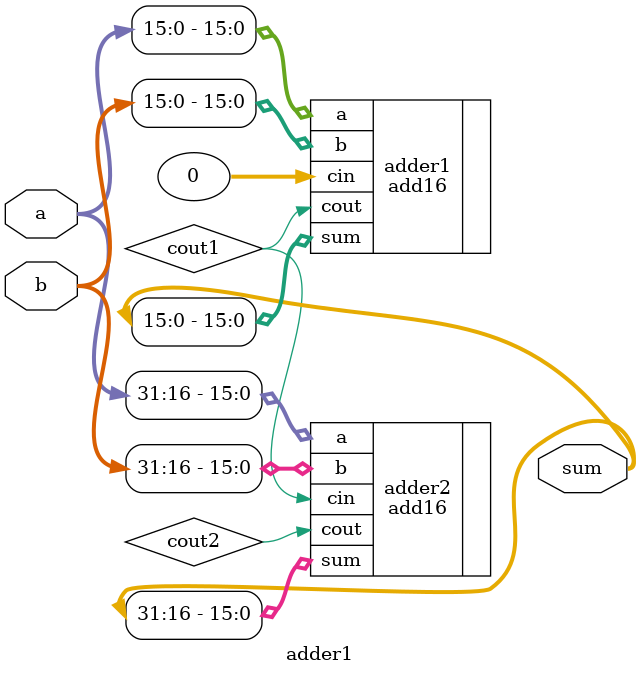
<source format=v>
module adder1(
    input [31:0] a,
    input [31:0] b,
    output [31:0] sum
);
    wire cout1,cout2;
    add16 adder1(.sum(sum[15:0]),.cout(cout1),.a(a[15:0]),.b(b[15:0]),.cin(0));
    add16 adder2(.sum(sum[31:16]),.cout(cout2),.a(a[31:16]),.b(b[31:16]),.cin(cout1));
endmodule
</source>
